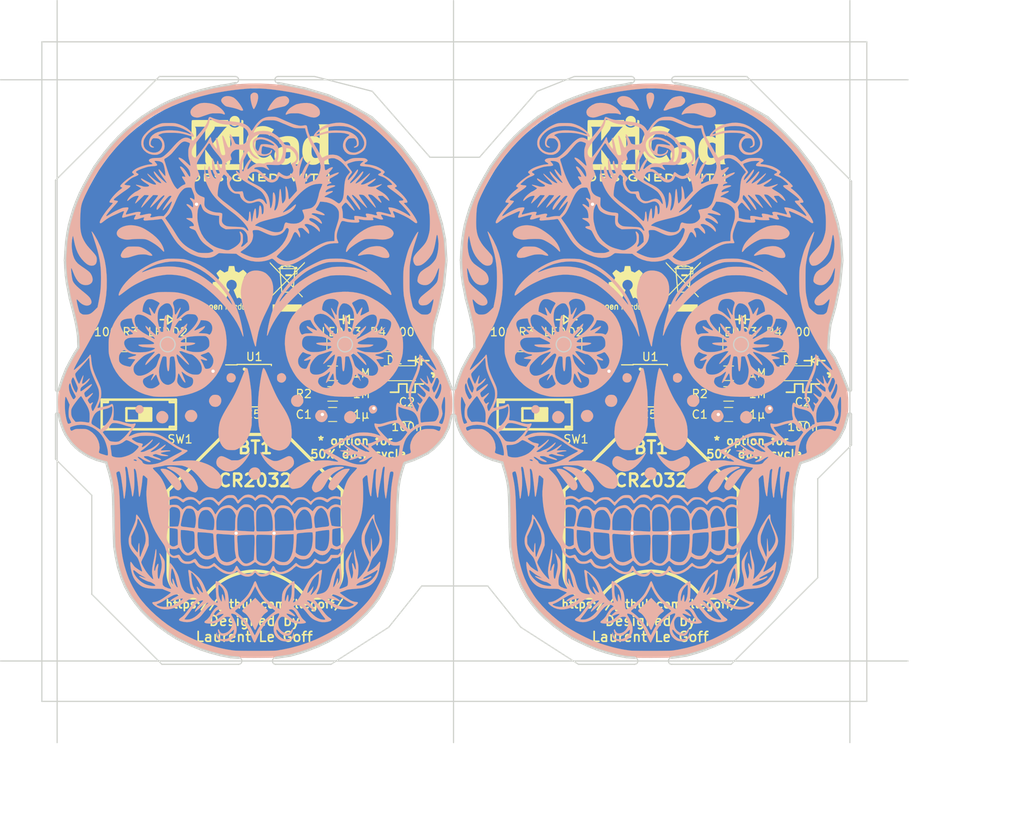
<source format=kicad_pcb>
(kicad_pcb (version 20171130) (host pcbnew "(5.0.0)")
  (layers (0 F.Cu signal) (31 B.Cu signal) (34 B.Paste user) (35 F.Paste user) (36 B.SilkS user) (37 F.SilkS user) (38 B.Mask user) (39 F.Mask user) (44 Edge.Cuts user))
  (net 0 "")
  (net 1 "Net-(BT1-Pad1)")
  (net 2 GND)
  (net 3 "Net-(C1-Pad1)")
  (net 4 "Net-(C2-Pad1)")
  (net 5 "Net-(D1-Pad2)")
  (net 6 "Net-(D2-Pad2)")
  (net 7 "Net-(D2-Pad1)")
  (net 8 "Net-(D3-Pad2)")
  (net 9 +3V3)
  (net 10 "Net-(SW1-Pad3)")
  (net 11 "Net-(SW1-Pad6)")
  (module Diodes_SMD:D_MicroMELF_Hadsoldering (layer F.Cu) (at 182.2 105.2)
    (fp_text reference D1 (at -1.45 -1.6) (layer F.SilkS))
    (fp_text value 1N4148)
    (pad 1 smd rect (at -1.45 0) (size 2.2 1.5) (layers F.Cu F.Paste F.Mask) (net 3 "Net-(C1-Pad1)"))
    (pad 2 smd rect (at 1.45 0) (size 2.2 1.5) (layers F.Cu F.Paste F.Mask) (net 5 "Net-(D1-Pad2)"))
  )
  (module Capacitors_SMD:C_0805_HandSoldering (layer F.Cu) (at 182.25 110.2)
    (fp_text reference C2 (at 0 -1.5) (layer F.SilkS))
    (fp_text value 100n (at 0 1.5) (layer F.SilkS))
    (pad 2 smd rect (at 1.25 0) (size 1.5 1.25) (layers F.Cu F.Paste F.Mask) (net 2 GND))
    (pad 1 smd rect (at -1.25 0) (size 1.5 1.25) (layers F.Cu F.Paste F.Mask) (net 4 "Net-(C2-Pad1)"))
  )
  (module Symbols:WEEE-Logo_4.2x6mm_SilkScreen (layer F.Cu) (at 167.75 94.7)
    (fp_text reference REF*** hide)
    (fp_text value WEEE-Logo_4.2x6mm_SilkScreen hide)
  )
  (module Symbols:OSHW-Logo2_7.3x6mm_SilkScreen (layer F.Cu) (at 161 94.95)
    (fp_text reference REF*** hide)
    (fp_text value OSHW-Logo2_7.3x6mm_SilkScreen hide)
  )
  (module _LaurentPerso:CR2032_smd (layer F.Cu) (at 163.85 123.2)
    (fp_text reference BT1 (at 0 -9) (layer F.SilkS) (effects (font (size 1.524 1.524) (thickness 0.3048))))
    (fp_text value CR2032 (at 0 -5) (layer F.SilkS) (effects (font (size 1.524 1.524) (thickness 0.3048))))
    (pad 2 smd circle (at 0 0) (size 6 6) (layers F.Cu F.Paste F.Mask) (net 2 GND))
    (pad 1 smd rect (at 14.465 0) (size 5.08 5.08) (layers F.Cu F.Paste F.Mask) (net 1 "Net-(BT1-Pad1)"))
    (pad 1 smd rect (at -14.465 0) (size 5.08 5.08) (layers F.Cu F.Paste F.Mask) (net 1 "Net-(BT1-Pad1)"))
  )
  (module Housings_SOIC:SOIC-8_3.9x4.9mm_Pitch1.27mm (layer F.Cu) (at 163.75 106.7)
    (fp_text reference U1 (at 0 -3.5) (layer F.SilkS))
    (fp_text value TLC555 (at 0 3.5) (layer F.SilkS))
    (pad 1 smd rect (at -2.7 -1.905) (size 1.55 0.6) (layers F.Cu F.Paste F.Mask) (net 2 GND))
    (pad 2 smd rect (at -2.7 -0.635) (size 1.55 0.6) (layers F.Cu F.Paste F.Mask) (net 3 "Net-(C1-Pad1)"))
    (pad 3 smd rect (at -2.7 0.635) (size 1.55 0.6) (layers F.Cu F.Paste F.Mask) (net 7 "Net-(D2-Pad1)"))
    (pad 4 smd rect (at -2.7 1.905) (size 1.55 0.6) (layers F.Cu F.Paste F.Mask) (net 9 +3V3))
    (pad 5 smd rect (at 2.7 1.905) (size 1.55 0.6) (layers F.Cu F.Paste F.Mask) (net 4 "Net-(C2-Pad1)"))
    (pad 6 smd rect (at 2.7 0.635) (size 1.55 0.6) (layers F.Cu F.Paste F.Mask) (net 3 "Net-(C1-Pad1)"))
    (pad 7 smd rect (at 2.7 -0.635) (size 1.55 0.6) (layers F.Cu F.Paste F.Mask) (net 5 "Net-(D1-Pad2)"))
    (pad 8 smd rect (at 2.7 -1.905) (size 1.55 0.6) (layers F.Cu F.Paste F.Mask) (net 9 +3V3))
  )
  (module _LaurentPerso:SW_DPDT_MSS22D18 (layer F.Cu) (at 149.75 110.2 180)
    (fp_text reference SW1 (at -5 -3 180) (layer F.SilkS))
    (fp_text value SW_DPDT_x2)
    (pad 6 smd rect (at 2.5 2.75 180) (size 1.2 2.5) (layers F.Cu F.Paste F.Mask) (net 11 "Net-(SW1-Pad6)"))
    (pad 5 smd rect (at 0 2.75 180) (size 1.2 2.5) (layers F.Cu F.Paste F.Mask) (net 1 "Net-(BT1-Pad1)"))
    (pad 4 smd rect (at -2.5 2.75 180) (size 1.2 2.5) (layers F.Cu F.Paste F.Mask) (net 9 +3V3))
    (pad 3 smd rect (at 2.5 -2.75 180) (size 1.2 2.5) (layers F.Cu F.Paste F.Mask) (net 10 "Net-(SW1-Pad3)"))
    (pad 2 smd rect (at 0 -2.75 180) (size 1.2 2.5) (layers F.Cu F.Paste F.Mask) (net 1 "Net-(BT1-Pad1)"))
    (pad 1 smd rect (at -2.5 -2.75 180) (size 1.2 2.5) (layers F.Cu F.Paste F.Mask) (net 9 +3V3))
  )
  (module Resistors_SMD:R_0805_HandSoldering (layer F.Cu) (at 173.25 105.2)
    (fp_text reference R1 (at -3.5 0) (layer F.SilkS))
    (fp_text value 1M (at 3.5 2.5) (layer F.SilkS))
    (pad 1 smd rect (at -1.35 0) (size 1.5 1.3) (layers F.Cu F.Paste F.Mask) (net 9 +3V3))
    (pad 2 smd rect (at 1.35 0) (size 1.5 1.3) (layers F.Cu F.Paste F.Mask) (net 5 "Net-(D1-Pad2)"))
  )
  (module Capacitors_SMD:C_0805_HandSoldering (layer F.Cu) (at 173.25 110.2 180)
    (fp_text reference C1 (at 3.5 0 180) (layer F.SilkS))
    (fp_text value 1µ (at -3.5 0 180) (layer F.SilkS))
    (pad 1 smd rect (at -1.25 0 180) (size 1.5 1.25) (layers F.Cu F.Paste F.Mask) (net 3 "Net-(C1-Pad1)"))
    (pad 2 smd rect (at 1.25 0 180) (size 1.5 1.25) (layers F.Cu F.Paste F.Mask) (net 2 GND))
  )
  (module Resistors_SMD:R_0805_HandSoldering (layer F.Cu) (at 173.25 107.7 180)
    (fp_text reference R2 (at 3.5 0 180) (layer F.SilkS))
    (fp_text value 1M (at -3.5 2.5 180) (layer F.SilkS))
    (pad 2 smd rect (at 1.35 0 180) (size 1.5 1.3) (layers F.Cu F.Paste F.Mask) (net 3 "Net-(C1-Pad1)"))
    (pad 1 smd rect (at -1.35 0 180) (size 1.5 1.3) (layers F.Cu F.Paste F.Mask) (net 5 "Net-(D1-Pad2)"))
  )
  (module _LaurentPerso:calavera (layer B.Cu) (at 166.25 91.8 180)
    (fp_text reference "" (at 0 0 180) (layer B.SilkS) (effects (font (size 1.27 1.27)) (justify mirror)))
    (fp_text value "" (at 0 0 180) (layer B.SilkS) (effects (font (size 1.27 1.27)) (justify mirror)))
  )
  (module LEDs:LED_0805_HandSoldering (layer F.Cu) (at 153.25 101.7 180)
    (fp_text reference D2 (at -1.45 1.5 180) (layer F.SilkS))
    (fp_text value LED (at 1.05 1.5 180) (layer F.SilkS))
    (pad 1 smd rect (at -1.35 0 180) (size 1.5 1.3) (layers F.Cu F.Paste F.Mask) (net 7 "Net-(D2-Pad1)"))
    (pad 2 smd rect (at 1.35 0 180) (size 1.5 1.3) (layers F.Cu F.Paste F.Mask) (net 6 "Net-(D2-Pad2)"))
  )
  (module Symbols:KiCad-Logo2_8mm_SilkScreen (layer F.Cu) (at 164.5 77.95)
    (fp_text reference REF*** hide)
    (fp_text value KiCad-Logo2_8mm_SilkScreen hide)
  )
  (module LEDs:LED_0805_HandSoldering (layer F.Cu) (at 174.75 101.7)
    (fp_text reference D3 (at 1 -1.5) (layer F.SilkS))
    (fp_text value LED (at -1.5 -1.5) (layer F.SilkS))
    (pad 2 smd rect (at 1.35 0) (size 1.5 1.3) (layers F.Cu F.Paste F.Mask) (net 8 "Net-(D3-Pad2)"))
    (pad 1 smd rect (at -1.35 0) (size 1.5 1.3) (layers F.Cu F.Paste F.Mask) (net 7 "Net-(D2-Pad1)"))
  )
  (module Resistors_SMD:R_0805_HandSoldering (layer F.Cu) (at 180 101.7 180)
    (fp_text reference R4 (at 1.25 1.5 180) (layer F.SilkS))
    (fp_text value 100 (at -1.75 1.5 180) (layer F.SilkS))
    (pad 2 smd rect (at 1.35 0 180) (size 1.5 1.3) (layers F.Cu F.Paste F.Mask) (net 8 "Net-(D3-Pad2)"))
    (pad 1 smd rect (at -1.35 0 180) (size 1.5 1.3) (layers F.Cu F.Paste F.Mask) (net 9 +3V3))
  )
  (module Resistors_SMD:R_0805_HandSoldering (layer F.Cu) (at 147.75 101.7)
    (fp_text reference R3 (at 1 -1.5) (layer F.SilkS))
    (fp_text value 100 (at -2 -1.5) (layer F.SilkS))
    (pad 1 smd rect (at -1.35 0) (size 1.5 1.3) (layers F.Cu F.Paste F.Mask) (net 9 +3V3))
    (pad 2 smd rect (at 1.35 0) (size 1.5 1.3) (layers F.Cu F.Paste F.Mask) (net 6 "Net-(D2-Pad2)"))
  )
  (module _LaurentPerso:calavera (layer B.Cu) (at 118.25 91.8 180)
    (fp_text reference "" (at 0 0 180) (layer B.SilkS) (effects (font (size 1.27 1.27)) (justify mirror)))
    (fp_text value "" (at 0 0 180) (layer B.SilkS) (effects (font (size 1.27 1.27)) (justify mirror)))
  )
  (module _LaurentPerso:CR2032_smd (layer F.Cu) (at 115.85 123.2)
    (fp_text reference BT1 (at 0 -9) (layer F.SilkS) (effects (font (size 1.524 1.524) (thickness 0.3048))))
    (fp_text value CR2032 (at 0 -5) (layer F.SilkS) (effects (font (size 1.524 1.524) (thickness 0.3048))))
    (pad 1 smd rect (at -14.465 0) (size 5.08 5.08) (layers F.Cu F.Paste F.Mask) (net 1 "Net-(BT1-Pad1)"))
    (pad 1 smd rect (at 14.465 0) (size 5.08 5.08) (layers F.Cu F.Paste F.Mask) (net 1 "Net-(BT1-Pad1)"))
    (pad 2 smd circle (at 0 0) (size 6 6) (layers F.Cu F.Paste F.Mask) (net 2 GND))
  )
  (module Capacitors_SMD:C_0805_HandSoldering (layer F.Cu) (at 125.25 110.2 180)
    (fp_text reference C1 (at 3.5 0 180) (layer F.SilkS))
    (fp_text value 1µ (at -3.5 0 180) (layer F.SilkS))
    (pad 2 smd rect (at 1.25 0 180) (size 1.5 1.25) (layers F.Cu F.Paste F.Mask) (net 2 GND))
    (pad 1 smd rect (at -1.25 0 180) (size 1.5 1.25) (layers F.Cu F.Paste F.Mask) (net 3 "Net-(C1-Pad1)"))
  )
  (module Capacitors_SMD:C_0805_HandSoldering (layer F.Cu) (at 134.25 110.2)
    (fp_text reference C2 (at 0 -1.5) (layer F.SilkS))
    (fp_text value 100n (at 0 1.5) (layer F.SilkS))
    (pad 1 smd rect (at -1.25 0) (size 1.5 1.25) (layers F.Cu F.Paste F.Mask) (net 4 "Net-(C2-Pad1)"))
    (pad 2 smd rect (at 1.25 0) (size 1.5 1.25) (layers F.Cu F.Paste F.Mask) (net 2 GND))
  )
  (module LEDs:LED_0805_HandSoldering (layer F.Cu) (at 105.25 101.7 180)
    (fp_text reference D2 (at -1.45 1.5 180) (layer F.SilkS))
    (fp_text value LED (at 1.05 1.5 180) (layer F.SilkS))
    (pad 2 smd rect (at 1.35 0 180) (size 1.5 1.3) (layers F.Cu F.Paste F.Mask) (net 6 "Net-(D2-Pad2)"))
    (pad 1 smd rect (at -1.35 0 180) (size 1.5 1.3) (layers F.Cu F.Paste F.Mask) (net 7 "Net-(D2-Pad1)"))
  )
  (module LEDs:LED_0805_HandSoldering (layer F.Cu) (at 126.75 101.7)
    (fp_text reference D3 (at 1 -1.5) (layer F.SilkS))
    (fp_text value LED (at -1.5 -1.5) (layer F.SilkS))
    (pad 1 smd rect (at -1.35 0) (size 1.5 1.3) (layers F.Cu F.Paste F.Mask) (net 7 "Net-(D2-Pad1)"))
    (pad 2 smd rect (at 1.35 0) (size 1.5 1.3) (layers F.Cu F.Paste F.Mask) (net 8 "Net-(D3-Pad2)"))
  )
  (module Resistors_SMD:R_0805_HandSoldering (layer F.Cu) (at 125.25 105.2)
    (fp_text reference R1 (at -3.5 0) (layer F.SilkS))
    (fp_text value 1M (at 3.5 2.5) (layer F.SilkS))
    (pad 2 smd rect (at 1.35 0) (size 1.5 1.3) (layers F.Cu F.Paste F.Mask) (net 5 "Net-(D1-Pad2)"))
    (pad 1 smd rect (at -1.35 0) (size 1.5 1.3) (layers F.Cu F.Paste F.Mask) (net 9 +3V3))
  )
  (module Resistors_SMD:R_0805_HandSoldering (layer F.Cu) (at 125.25 107.7 180)
    (fp_text reference R2 (at 3.5 0 180) (layer F.SilkS))
    (fp_text value 1M (at -3.5 2.5 180) (layer F.SilkS))
    (pad 1 smd rect (at -1.35 0 180) (size 1.5 1.3) (layers F.Cu F.Paste F.Mask) (net 5 "Net-(D1-Pad2)"))
    (pad 2 smd rect (at 1.35 0 180) (size 1.5 1.3) (layers F.Cu F.Paste F.Mask) (net 3 "Net-(C1-Pad1)"))
  )
  (module Resistors_SMD:R_0805_HandSoldering (layer F.Cu) (at 99.75 101.7)
    (fp_text reference R3 (at 1 -1.5) (layer F.SilkS))
    (fp_text value 100 (at -2 -1.5) (layer F.SilkS))
    (pad 2 smd rect (at 1.35 0) (size 1.5 1.3) (layers F.Cu F.Paste F.Mask) (net 6 "Net-(D2-Pad2)"))
    (pad 1 smd rect (at -1.35 0) (size 1.5 1.3) (layers F.Cu F.Paste F.Mask) (net 9 +3V3))
  )
  (module Resistors_SMD:R_0805_HandSoldering (layer F.Cu) (at 132 101.7 180)
    (fp_text reference R4 (at 1.25 1.5 180) (layer F.SilkS))
    (fp_text value 100 (at -1.75 1.5 180) (layer F.SilkS))
    (pad 1 smd rect (at -1.35 0 180) (size 1.5 1.3) (layers F.Cu F.Paste F.Mask) (net 9 +3V3))
    (pad 2 smd rect (at 1.35 0 180) (size 1.5 1.3) (layers F.Cu F.Paste F.Mask) (net 8 "Net-(D3-Pad2)"))
  )
  (module _LaurentPerso:SW_DPDT_MSS22D18 (layer F.Cu) (at 101.75 110.2 180)
    (fp_text reference SW1 (at -5 -3 180) (layer F.SilkS))
    (fp_text value SW_DPDT_x2)
    (pad 1 smd rect (at -2.5 -2.75 180) (size 1.2 2.5) (layers F.Cu F.Paste F.Mask) (net 9 +3V3))
    (pad 2 smd rect (at 0 -2.75 180) (size 1.2 2.5) (layers F.Cu F.Paste F.Mask) (net 1 "Net-(BT1-Pad1)"))
    (pad 3 smd rect (at 2.5 -2.75 180) (size 1.2 2.5) (layers F.Cu F.Paste F.Mask) (net 10 "Net-(SW1-Pad3)"))
    (pad 4 smd rect (at -2.5 2.75 180) (size 1.2 2.5) (layers F.Cu F.Paste F.Mask) (net 9 +3V3))
    (pad 5 smd rect (at 0 2.75 180) (size 1.2 2.5) (layers F.Cu F.Paste F.Mask) (net 1 "Net-(BT1-Pad1)"))
    (pad 6 smd rect (at 2.5 2.75 180) (size 1.2 2.5) (layers F.Cu F.Paste F.Mask) (net 11 "Net-(SW1-Pad6)"))
  )
  (module Housings_SOIC:SOIC-8_3.9x4.9mm_Pitch1.27mm (layer F.Cu) (at 115.75 106.7)
    (fp_text reference U1 (at 0 -3.5) (layer F.SilkS))
    (fp_text value TLC555 (at 0 3.5) (layer F.SilkS))
    (pad 8 smd rect (at 2.7 -1.905) (size 1.55 0.6) (layers F.Cu F.Paste F.Mask) (net 9 +3V3))
    (pad 7 smd rect (at 2.7 -0.635) (size 1.55 0.6) (layers F.Cu F.Paste F.Mask) (net 5 "Net-(D1-Pad2)"))
    (pad 6 smd rect (at 2.7 0.635) (size 1.55 0.6) (layers F.Cu F.Paste F.Mask) (net 3 "Net-(C1-Pad1)"))
    (pad 5 smd rect (at 2.7 1.905) (size 1.55 0.6) (layers F.Cu F.Paste F.Mask) (net 4 "Net-(C2-Pad1)"))
    (pad 4 smd rect (at -2.7 1.905) (size 1.55 0.6) (layers F.Cu F.Paste F.Mask) (net 9 +3V3))
    (pad 3 smd rect (at -2.7 0.635) (size 1.55 0.6) (layers F.Cu F.Paste F.Mask) (net 7 "Net-(D2-Pad1)"))
    (pad 2 smd rect (at -2.7 -0.635) (size 1.55 0.6) (layers F.Cu F.Paste F.Mask) (net 3 "Net-(C1-Pad1)"))
    (pad 1 smd rect (at -2.7 -1.905) (size 1.55 0.6) (layers F.Cu F.Paste F.Mask) (net 2 GND))
  )
  (module Symbols:KiCad-Logo2_8mm_SilkScreen (layer F.Cu) (at 116.5 77.95)
    (fp_text reference REF*** hide)
    (fp_text value KiCad-Logo2_8mm_SilkScreen hide)
  )
  (module Symbols:OSHW-Logo2_7.3x6mm_SilkScreen (layer F.Cu) (at 113 94.95)
    (fp_text reference REF*** hide)
    (fp_text value OSHW-Logo2_7.3x6mm_SilkScreen hide)
  )
  (module Symbols:WEEE-Logo_4.2x6mm_SilkScreen (layer F.Cu) (at 119.75 94.7)
    (fp_text reference REF*** hide)
    (fp_text value WEEE-Logo_4.2x6mm_SilkScreen hide)
  )
  (module Diodes_SMD:D_MicroMELF_Hadsoldering (layer F.Cu) (at 134.2 105.2)
    (fp_text reference D1 (at -1.45 -1.6) (layer F.SilkS))
    (fp_text value 1N4148)
    (pad 2 smd rect (at 1.45 0) (size 2.2 1.5) (layers F.Cu F.Paste F.Mask) (net 5 "Net-(D1-Pad2)"))
    (pad 1 smd rect (at -1.45 0) (size 2.2 1.5) (layers F.Cu F.Paste F.Mask) (net 3 "Net-(C1-Pad1)"))
  )
  (gr_line (start 85 69.6) (end 195 69.6) (layer Edge.Cuts) (width 0.15))
  (gr_line (start 85 140.1) (end 195 140.1) (layer Edge.Cuts) (width 0.15))
  (gr_line (start 187.95 60) (end 187.95 150) (layer Edge.Cuts) (width 0.15))
  (gr_line (start 139.9 60) (end 139.9 150) (layer Edge.Cuts) (width 0.15))
  (gr_line (start 91.85 60) (end 91.85 150) (layer Edge.Cuts) (width 0.15))
  (gr_line (start 188.15 81.9) (end 175.45 69.2) (layer Edge.Cuts) (width 0.15))
  (gr_line (start 188.15 107.2) (end 188.15 81.9) (layer Edge.Cuts) (width 0.15))
  (gr_line (start 188.15 110.2) (end 188.15 113.9) (layer Edge.Cuts) (width 0.15))
  (gr_line (start 184.05 118) (end 188.15 113.9) (layer Edge.Cuts) (width 0.15))
  (gr_line (start 184.05 130) (end 184.05 118) (layer Edge.Cuts) (width 0.15))
  (gr_line (start 173.55 140.5) (end 184.05 130) (layer Edge.Cuts) (width 0.15))
  (gr_line (start 91.65 81.8) (end 104.250396 69.199604) (layer Edge.Cuts) (width 0.15))
  (gr_line (start 91.65 107.2) (end 91.65 81.8) (layer Edge.Cuts) (width 0.15))
  (gr_line (start 190 145) (end 190 65) (layer Edge.Cuts) (width 0.15))
  (gr_line (start 90 145) (end 90 65) (layer Edge.Cuts) (width 0.15))
  (gr_line (start 96.05 120) (end 96.05 132) (layer Edge.Cuts) (width 0.15))
  (gr_line (start 91.65 115.6) (end 96.05 120) (layer Edge.Cuts) (width 0.15))
  (gr_line (start 96.05 132) (end 104.55 140.5) (layer Edge.Cuts) (width 0.15))
  (gr_line (start 91.65 110.2) (end 91.65 115.6) (layer Edge.Cuts) (width 0.15))
  (gr_arc (start 91.85 107.2) (end 91.65 107.2) (angle -180) (layer Edge.Cuts) (width 0.15))
  (gr_arc (start 91.85 110.2) (end 92.05 110.2) (angle -180) (layer Edge.Cuts) (width 0.15))
  (gr_arc (start 187.95 107.2) (end 187.75 107.2) (angle -180) (layer Edge.Cuts) (width 0.15))
  (gr_arc (start 187.95 110.2) (end 188.15 110.2) (angle -180) (layer Edge.Cuts) (width 0.15))
  (gr_line (start 166.35 140.5) (end 173.55 140.5) (layer Edge.Cuts) (width 0.15))
  (gr_line (start 113.85 140.5) (end 104.55 140.5) (layer Edge.Cuts) (width 0.15))
  (gr_line (start 125.05 140.5) (end 118.35 140.5) (layer Edge.Cuts) (width 0.15))
  (gr_line (start 155.05 140.5) (end 161.85 140.5) (layer Edge.Cuts) (width 0.15))
  (gr_line (start 148.05 136) (end 155.05 140.5) (layer Edge.Cuts) (width 0.15))
  (gr_line (start 132.05 136) (end 125.05 140.5) (layer Edge.Cuts) (width 0.15))
  (gr_line (start 136.05 131) (end 132.05 136) (layer Edge.Cuts) (width 0.15))
  (gr_line (start 144.05 131) (end 148.05 136) (layer Edge.Cuts) (width 0.15))
  (gr_line (start 136.05 131) (end 144.05 131) (layer Edge.Cuts) (width 0.15))
  (gr_arc (start 166.35 140.1) (end 166.35 139.7) (angle -180) (layer Edge.Cuts) (width 0.15))
  (gr_arc (start 161.85 140.1) (end 161.85 140.5) (angle -180) (layer Edge.Cuts) (width 0.15))
  (gr_arc (start 113.85 140.1) (end 113.85 140.5) (angle -180) (layer Edge.Cuts) (width 0.15))
  (gr_arc (start 118.35 140.1) (end 118.35 139.7) (angle -180) (layer Edge.Cuts) (width 0.15))
  (gr_arc (start 139.9 107) (end 139.65 107) (angle -180) (layer Edge.Cuts) (width 0.15))
  (gr_arc (start 139.9 110.4) (end 140.15 110.4) (angle -180) (layer Edge.Cuts) (width 0.15))
  (gr_arc (start 166.75 69.6) (end 166.75 69.2) (angle -180) (layer Edge.Cuts) (width 0.15))
  (gr_arc (start 161.45 69.6) (end 161.45 70) (angle -180) (layer Edge.Cuts) (width 0.15))
  (gr_line (start 90 145) (end 190 145) (layer Edge.Cuts) (width 0.15))
  (gr_arc (start 118.65 69.6) (end 118.65 69.2) (angle -180) (layer Edge.Cuts) (width 0.15))
  (gr_arc (start 113.45 69.6) (end 113.45 70) (angle -180) (layer Edge.Cuts) (width 0.15))
  (gr_line (start 150.05 71) (end 154.55 69.2) (layer Edge.Cuts) (width 0.15))
  (gr_line (start 130.05 71) (end 123.05 69.2) (layer Edge.Cuts) (width 0.15))
  (gr_line (start 143.05 79) (end 150.05 71) (layer Edge.Cuts) (width 0.15))
  (gr_line (start 137.05 79) (end 143.05 79) (layer Edge.Cuts) (width 0.15))
  (gr_line (start 130.05 71) (end 137.05 79) (layer Edge.Cuts) (width 0.15))
  (gr_line (start 113.45 69.2) (end 104.25 69.2) (layer Edge.Cuts) (width 0.15))
  (gr_line (start 166.75 69.2) (end 175.45 69.2) (layer Edge.Cuts) (width 0.15))
  (gr_line (start 90 65) (end 190 65) (layer Edge.Cuts) (width 0.15))
  (gr_line (start 161.45 69.2) (end 154.55 69.2) (layer Edge.Cuts) (width 0.15))
  (gr_line (start 118.65 69.2) (end 123.05 69.2) (layer Edge.Cuts) (width 0.15))
  (gr_line (start 181.25 107.5) (end 180.25 107.5) (layer F.SilkS) (width 0.2))
  (gr_line (start 183.313207 103.668463) (end 184.013207 103.168463) (layer F.SilkS) (width 0.2))
  (gr_line (start 184.013207 104.168463) (end 183.313207 103.668463) (layer F.SilkS) (width 0.2))
  (gr_circle (center 153.25 101.7) (end 153.25 100.8) (layer Edge.Cuts) (width 0.15))
  (gr_circle (center 174.75 101.7) (end 174.75 102.6) (layer Edge.Cuts) (width 0.15))
  (gr_line (start 184.013207 103.168463) (end 184.013207 104.168463) (layer F.SilkS) (width 0.2))
  (gr_line (start 183.313207 104.168463) (end 183.313207 103.168463) (layer F.SilkS) (width 0.2))
  (gr_line (start 183.25 107.5) (end 183.25 106.5) (layer F.SilkS) (width 0.2))
  (gr_line (start 183.313207 103.668463) (end 182.413207 103.668463) (layer F.SilkS) (width 0.2))
  (gr_line (start 183.25 106.5) (end 184.25 106.5) (layer F.SilkS) (width 0.2))
  (gr_line (start 184.013207 103.668463) (end 184.913207 103.668463) (layer F.SilkS) (width 0.2))
  (gr_line (start 187.75 110.2) (end 187.288336 111.835686) (layer Edge.Cuts) (width 0.3))
  (gr_line (start 175.323274 72.640315) (end 177.975479 74.14725) (layer Edge.Cuts) (width 0.3))
  (gr_line (start 169.898311 70.651161) (end 172.731347 71.495044) (layer Edge.Cuts) (width 0.3))
  (gr_line (start 185.495085 114.3372) (end 184.771757 114.894765) (layer Edge.Cuts) (width 0.3))
  (gr_line (start 181.381153 118.059327) (end 181.215389 119.053906) (layer Edge.Cuts) (width 0.3))
  (gr_line (start 181.620424 77.755861) (end 183.453195 80.142723) (layer Edge.Cuts) (width 0.3))
  (gr_line (start 184.771757 114.894765) (end 183.942942 115.316706) (layer Edge.Cuts) (width 0.3))
  (gr_line (start 181.019489 125.247408) (end 180.97428 125.970736) (layer Edge.Cuts) (width 0.3))
  (gr_line (start 185.712189 84.575469) (end 186.479396 87.047577) (layer Edge.Cuts) (width 0.3))
  (gr_line (start 186.479396 87.047577) (end 186.862997 88.965592) (layer Edge.Cuts) (width 0.3))
  (gr_line (start 180.687963 128.020167) (end 180.507131 128.999676) (layer Edge.Cuts) (width 0.3))
  (gr_line (start 179.723525 130.913481) (end 179.271445 131.727225) (layer Edge.Cuts) (width 0.3))
  (gr_line (start 181.908579 116.205799) (end 181.607192 117.155166) (layer Edge.Cuts) (width 0.3))
  (gr_line (start 166.75 70) (end 169.898311 70.651161) (layer Edge.Cuts) (width 0.3))
  (gr_line (start 185.413832 100.686793) (end 185.328586 102.221204) (layer Edge.Cuts) (width 0.3))
  (gr_line (start 185.328586 102.221204) (end 186.095793 103.32939) (layer Edge.Cuts) (width 0.3))
  (gr_line (start 180.130396 129.949043) (end 179.723525 130.913481) (layer Edge.Cuts) (width 0.3))
  (gr_line (start 187.033489 91.522945) (end 186.735132 94.506523) (layer Edge.Cuts) (width 0.3))
  (gr_line (start 186.700633 112.996027) (end 186.097859 113.719356) (layer Edge.Cuts) (width 0.3))
  (gr_line (start 186.735132 94.506523) (end 186.181039 97.149121) (layer Edge.Cuts) (width 0.3))
  (gr_line (start 177.975479 74.14725) (end 180.024912 76.076126) (layer Edge.Cuts) (width 0.3))
  (gr_line (start 186.777754 104.778558) (end 187.75 107.2) (layer Edge.Cuts) (width 0.3))
  (gr_line (start 186.181039 97.149121) (end 185.584321 99.280249) (layer Edge.Cuts) (width 0.3))
  (gr_line (start 181.607192 117.155166) (end 181.381153 118.059327) (layer Edge.Cuts) (width 0.3))
  (gr_line (start 181.215389 119.053906) (end 181.079766 121.284169) (layer Edge.Cuts) (width 0.3))
  (gr_line (start 185.584321 99.280249) (end 185.413832 100.686793) (layer Edge.Cuts) (width 0.3))
  (gr_line (start 181.079766 121.284169) (end 181.049628 123.58978) (layer Edge.Cuts) (width 0.3))
  (gr_line (start 181.049628 123.58978) (end 181.019489 125.247408) (layer Edge.Cuts) (width 0.3))
  (gr_line (start 177.342566 134.319155) (end 176.543893 135.08769) (layer Edge.Cuts) (width 0.3))
  (gr_line (start 180.97428 125.970736) (end 180.898934 126.889965) (layer Edge.Cuts) (width 0.3))
  (gr_line (start 180.898934 126.889965) (end 180.687963 128.020167) (layer Edge.Cuts) (width 0.3))
  (gr_line (start 180.507131 128.999676) (end 180.130396 129.949043) (layer Edge.Cuts) (width 0.3))
  (gr_line (start 172.731347 71.495044) (end 175.323274 72.640315) (layer Edge.Cuts) (width 0.3))
  (gr_line (start 183.453195 80.142723) (end 184.689249 82.273851) (layer Edge.Cuts) (width 0.3))
  (gr_line (start 178.804294 132.525902) (end 178.156311 133.399924) (layer Edge.Cuts) (width 0.3))
  (gr_line (start 181.998995 116.070173) (end 181.908579 116.205799) (layer Edge.Cuts) (width 0.3))
  (gr_line (start 183.942942 115.316706) (end 183.083988 115.708509) (layer Edge.Cuts) (width 0.3))
  (gr_line (start 174.645155 136.579557) (end 173.801272 137.106983) (layer Edge.Cuts) (width 0.3))
  (gr_line (start 186.095793 103.32939) (end 186.777754 104.778558) (layer Edge.Cuts) (width 0.3))
  (gr_line (start 176.543893 135.08769) (end 175.684939 135.841158) (layer Edge.Cuts) (width 0.3))
  (gr_line (start 180.024912 76.076126) (end 181.620424 77.755861) (layer Edge.Cuts) (width 0.3))
  (gr_line (start 179.271445 131.727225) (end 178.804294 132.525902) (layer Edge.Cuts) (width 0.3))
  (gr_line (start 175.684939 135.841158) (end 174.645155 136.579557) (layer Edge.Cuts) (width 0.3))
  (gr_line (start 183.083988 115.708509) (end 181.998995 116.070173) (layer Edge.Cuts) (width 0.3))
  (gr_line (start 187.288336 111.835686) (end 186.700633 112.996027) (layer Edge.Cuts) (width 0.3))
  (gr_line (start 178.156311 133.399924) (end 177.342566 134.319155) (layer Edge.Cuts) (width 0.3))
  (gr_line (start 140.618557 112.106935) (end 140.407586 111.5343) (layer Edge.Cuts) (width 0.3))
  (gr_line (start 146.420245 77.477576) (end 147.294267 76.528207) (layer Edge.Cuts) (width 0.3))
  (gr_line (start 140.950072 89.246736) (end 141.115836 88.116535) (layer Edge.Cuts) (width 0.3))
  (gr_line (start 140.25 106.6) (end 140.543211 105.717533) (layer Edge.Cuts) (width 0.3))
  (gr_line (start 143.120057 82.375113) (end 143.737902 81.259982) (layer Edge.Cuts) (width 0.3))
  (gr_line (start 145.817482 116.024967) (end 144.627002 115.693441) (layer Edge.Cuts) (width 0.3))
  (gr_line (start 142.62277 83.354621) (end 143.120057 82.375113) (layer Edge.Cuts) (width 0.3))
  (gr_line (start 144.943449 79.361244) (end 145.621571 78.442014) (layer Edge.Cuts) (width 0.3))
  (gr_line (start 142.441949 102.070749) (end 142.41181 101.39263) (layer Edge.Cuts) (width 0.3))
  (gr_line (start 147.294267 76.528207) (end 148.032666 75.819947) (layer Edge.Cuts) (width 0.3))
  (gr_line (start 150.172513 74.102041) (end 151.317783 73.363643) (layer Edge.Cuts) (width 0.3))
  (gr_line (start 146.420255 118.25523) (end 146.164078 117.215443) (layer Edge.Cuts) (width 0.3))
  (gr_line (start 142.110423 114.201575) (end 141.628204 113.719356) (layer Edge.Cuts) (width 0.3))
  (gr_line (start 142.306313 100.066528) (end 142.155619 99.207574) (layer Edge.Cuts) (width 0.3))
  (gr_line (start 140.211686 110.931526) (end 140.15 110.4) (layer Edge.Cuts) (width 0.3))
  (gr_line (start 149.012172 74.991133) (end 150.172513 74.102041) (layer Edge.Cuts) (width 0.3))
  (gr_line (start 186.097859 113.719356) (end 185.495085 114.3372) (layer Edge.Cuts) (width 0.3))
  (gr_line (start 186.862997 88.965592) (end 187.033489 91.522945) (layer Edge.Cuts) (width 0.3))
  (gr_line (start 184.689249 82.273851) (end 185.712189 84.575469) (layer Edge.Cuts) (width 0.3))
  (gr_line (start 140.407586 111.5343) (end 140.211686 110.931526) (layer Edge.Cuts) (width 0.3))
  (gr_line (start 142.41181 101.39263) (end 142.396729 100.744647) (layer Edge.Cuts) (width 0.3))
  (gr_line (start 141.688471 97.21842) (end 141.402152 96.133428) (layer Edge.Cuts) (width 0.3))
  (gr_line (start 141.402152 96.133428) (end 141.236391 95.244336) (layer Edge.Cuts) (width 0.3))
  (gr_line (start 141.236391 95.244336) (end 141.055558 94.355245) (layer Edge.Cuts) (width 0.3))
  (gr_line (start 144.627002 115.693441) (end 143.722842 115.316706) (layer Edge.Cuts) (width 0.3))
  (gr_line (start 143.195416 115.015319) (end 142.592642 114.608448) (layer Edge.Cuts) (width 0.3))
  (gr_line (start 143.737902 81.259982) (end 144.385882 80.14485) (layer Edge.Cuts) (width 0.3))
  (gr_line (start 140.965153 104.647608) (end 141.402163 103.818796) (layer Edge.Cuts) (width 0.3))
  (gr_line (start 140.919933 93.375737) (end 140.844588 92.411299) (layer Edge.Cuts) (width 0.3))
  (gr_line (start 146.555881 119.068974) (end 146.420255 118.25523) (layer Edge.Cuts) (width 0.3))
  (gr_line (start 140.15 107) (end 140.25 106.6) (layer Edge.Cuts) (width 0.3))
  (gr_line (start 140.844588 92.411299) (end 140.799378 91.476999) (layer Edge.Cuts) (width 0.3))
  (gr_line (start 141.055558 94.355245) (end 140.919933 93.375737) (layer Edge.Cuts) (width 0.3))
  (gr_line (start 140.859656 90.437214) (end 140.950072 89.246736) (layer Edge.Cuts) (width 0.3))
  (gr_line (start 141.552845 86.247936) (end 141.839164 85.313636) (layer Edge.Cuts) (width 0.3))
  (gr_line (start 142.155619 99.207574) (end 141.944648 98.258206) (layer Edge.Cuts) (width 0.3))
  (gr_line (start 141.839164 85.313636) (end 142.185758 84.379337) (layer Edge.Cuts) (width 0.3))
  (gr_line (start 141.944648 98.258206) (end 141.688471 97.21842) (layer Edge.Cuts) (width 0.3))
  (gr_line (start 140.799378 91.476999) (end 140.859656 90.437214) (layer Edge.Cuts) (width 0.3))
  (gr_line (start 140.543211 105.717533) (end 140.965153 104.647608) (layer Edge.Cuts) (width 0.3))
  (gr_line (start 142.396729 100.744647) (end 142.306313 100.066528) (layer Edge.Cuts) (width 0.3))
  (gr_line (start 140.859666 112.604224) (end 140.618557 112.106935) (layer Edge.Cuts) (width 0.3))
  (gr_line (start 153.517907 72.188234) (end 154.557693 71.766293) (layer Edge.Cuts) (width 0.3))
  (gr_line (start 141.296668 87.182235) (end 141.552845 86.247936) (layer Edge.Cuts) (width 0.3))
  (gr_line (start 141.402163 103.818796) (end 141.944659 102.839287) (layer Edge.Cuts) (width 0.3))
  (gr_line (start 142.592642 114.608448) (end 142.110423 114.201575) (layer Edge.Cuts) (width 0.3))
  (gr_line (start 146.691504 122.549994) (end 146.661365 121.118405) (layer Edge.Cuts) (width 0.3))
  (gr_line (start 146.706585 123.830889) (end 146.691504 122.549994) (layer Edge.Cuts) (width 0.3))
  (gr_line (start 161.85 139.7) (end 160.8567 139.623564) (layer Edge.Cuts) (width 0.3))
  (gr_line (start 154.557693 71.766293) (end 156.064627 71.223796) (layer Edge.Cuts) (width 0.3))
  (gr_line (start 145.938036 116.507186) (end 145.817482 116.024967) (layer Edge.Cuts) (width 0.3))
  (gr_line (start 146.661365 121.118405) (end 146.631226 120.048483) (layer Edge.Cuts) (width 0.3))
  (gr_line (start 147.671023 130.039459) (end 147.249081 128.743495) (layer Edge.Cuts) (width 0.3))
  (gr_line (start 152.598678 72.625245) (end 153.517907 72.188234) (layer Edge.Cuts) (width 0.3))
  (gr_line (start 159.741569 139.412593) (end 158.430537 139.065997) (layer Edge.Cuts) (width 0.3))
  (gr_line (start 142.185758 84.379337) (end 142.62277 83.354621) (layer Edge.Cuts) (width 0.3))
  (gr_line (start 141.628204 113.719356) (end 141.251469 113.206998) (layer Edge.Cuts) (width 0.3))
  (gr_line (start 144.385882 80.14485) (end 144.943449 79.361244) (layer Edge.Cuts) (width 0.3))
  (gr_line (start 141.944659 102.839287) (end 142.441949 102.070749) (layer Edge.Cuts) (width 0.3))
  (gr_line (start 141.251469 113.206998) (end 140.859666 112.604224) (layer Edge.Cuts) (width 0.3))
  (gr_line (start 146.164078 117.215443) (end 145.938036 116.507186) (layer Edge.Cuts) (width 0.3))
  (gr_line (start 148.032666 75.819947) (end 149.012172 74.991133) (layer Edge.Cuts) (width 0.3))
  (gr_line (start 151.317783 73.363643) (end 152.598678 72.625245) (layer Edge.Cuts) (width 0.3))
  (gr_line (start 146.631226 120.048483) (end 146.555881 119.068974) (layer Edge.Cuts) (width 0.3))
  (gr_line (start 145.621571 78.442014) (end 146.420245 77.477576) (layer Edge.Cuts) (width 0.3))
  (gr_line (start 141.115836 88.116535) (end 141.296668 87.182235) (layer Edge.Cuts) (width 0.3))
  (gr_line (start 143.722842 115.316706) (end 143.195416 115.015319) (layer Edge.Cuts) (width 0.3))
  (gr_line (start 168.120125 139.442732) (end 167.110481 139.593426) (layer Edge.Cuts) (width 0.3))
  (gr_line (start 155.100211 137.739895) (end 154.316605 137.348092) (layer Edge.Cuts) (width 0.3))
  (gr_line (start 148.740945 132.224515) (end 148.092964 131.049106) (layer Edge.Cuts) (width 0.3))
  (gr_line (start 160.8567 139.623564) (end 159.741569 139.412593) (layer Edge.Cuts) (width 0.3))
  (gr_line (start 157.270196 138.689265) (end 156.155065 138.237185) (layer Edge.Cuts) (width 0.3))
  (gr_line (start 150.112257 134.017766) (end 149.343719 133.068398) (layer Edge.Cuts) (width 0.3))
  (gr_line (start 158.430537 139.065997) (end 157.270196 138.689265) (layer Edge.Cuts) (width 0.3))
  (gr_line (start 150.97121 134.87672) (end 150.112257 134.017766) (layer Edge.Cuts) (width 0.3))
  (gr_line (start 152.116481 135.856228) (end 150.97121 134.87672) (layer Edge.Cuts) (width 0.3))
  (gr_line (start 146.751792 125.232337) (end 146.706585 123.830889) (layer Edge.Cuts) (width 0.3))
  (gr_line (start 169.401021 139.081068) (end 168.120125 139.442732) (layer Edge.Cuts) (width 0.3))
  (gr_line (start 148.092964 131.049106) (end 147.671023 130.039459) (layer Edge.Cuts) (width 0.3))
  (gr_line (start 167.110481 139.593426) (end 166.35 139.7) (layer Edge.Cuts) (width 0.3))
  (gr_line (start 172.716277 137.724827) (end 171.540868 138.282391) (layer Edge.Cuts) (width 0.3))
  (gr_line (start 149.343719 133.068398) (end 148.740945 132.224515) (layer Edge.Cuts) (width 0.3))
  (gr_line (start 153.337096 136.73025) (end 152.116481 135.856228) (layer Edge.Cuts) (width 0.3))
  (gr_line (start 173.801272 137.106983) (end 172.716277 137.724827) (layer Edge.Cuts) (width 0.3))
  (gr_line (start 170.199698 138.80982) (end 169.401021 139.081068) (layer Edge.Cuts) (width 0.3))
  (gr_line (start 147.249081 128.743495) (end 146.977833 127.4626) (layer Edge.Cuts) (width 0.3))
  (gr_line (start 154.316605 137.348092) (end 153.337096 136.73025) (layer Edge.Cuts) (width 0.3))
  (gr_line (start 171.540868 138.282391) (end 170.199698 138.80982) (layer Edge.Cuts) (width 0.3))
  (gr_line (start 146.977833 127.4626) (end 146.78193 126.226914) (layer Edge.Cuts) (width 0.3))
  (gr_line (start 146.78193 126.226914) (end 146.751792 125.232337) (layer Edge.Cuts) (width 0.3))
  (gr_circle (center 162.55 104.7) (end 162.55 104.8) (layer F.SilkS) (width 0.2))
  (gr_line (start 153.25 98.2) (end 153.95 98.7) (layer F.SilkS) (width 0.2))
  (gr_line (start 153.95 98.7) (end 153.25 99.2) (layer F.SilkS) (width 0.2))
  (gr_line (start 156.155065 138.237185) (end 155.100211 137.739895) (layer Edge.Cuts) (width 0.3))
  (gr_line (start 175.263207 98.668463) (end 176.163207 98.668463) (layer F.SilkS) (width 0.2))
  (gr_line (start 156.064627 71.223796) (end 157.315384 70.862132) (layer Edge.Cuts) (width 0.3))
  (gr_line (start 153.95 98.2) (end 153.95 99.2) (layer F.SilkS) (width 0.2))
  (gr_line (start 159.711409 70.334705) (end 160.690917 70.184011) (layer Edge.Cuts) (width 0.3))
  (gr_line (start 153.25 98.7) (end 152.35 98.7) (layer F.SilkS) (width 0.2))
  (gr_line (start 181.25 106.5) (end 182.25 106.5) (layer F.SilkS) (width 0.2))
  (gr_line (start 181.25 107.5) (end 181.25 106.5) (layer F.SilkS) (width 0.2))
  (gr_line (start 158.551071 70.560745) (end 159.711409 70.334705) (layer Edge.Cuts) (width 0.3))
  (gr_line (start 160.690917 70.184011) (end 161.45 70) (layer Edge.Cuts) (width 0.3))
  (gr_line (start 157.315384 70.862132) (end 158.551071 70.560745) (layer Edge.Cuts) (width 0.3))
  (gr_line (start 153.25 99.2) (end 153.25 98.2) (layer F.SilkS) (width 0.2))
  (gr_line (start 182.25 107.5) (end 183.25 107.5) (layer F.SilkS) (width 0.2))
  (gr_line (start 153.95 98.7) (end 154.85 98.7) (layer F.SilkS) (width 0.2))
  (gr_line (start 174.563207 98.668463) (end 173.663207 98.668463) (layer F.SilkS) (width 0.2))
  (gr_line (start 175.263207 99.168463) (end 174.563207 98.668463) (layer F.SilkS) (width 0.2))
  (gr_line (start 174.563207 98.668463) (end 175.263207 98.168463) (layer F.SilkS) (width 0.2))
  (gr_line (start 175.263207 98.168463) (end 175.263207 99.168463) (layer F.SilkS) (width 0.2))
  (gr_line (start 174.563207 99.168463) (end 174.563207 98.168463) (layer F.SilkS) (width 0.2))
  (gr_line (start 182.25 106.5) (end 182.25 107.5) (layer F.SilkS) (width 0.2))
  (gr_text https://github.com/llegoff/ (at 163.75 133.2) (layer F.SilkS) (effects (font (size 1 1) (thickness 0.2))))
  (gr_text "Designed by\nLaurent Le Goff" (at 163.75 136.2) (layer F.SilkS) (effects (font (size 1.2 1.2) (thickness 0.2))))
  (gr_text * (at 185.65 105.8) (layer F.SilkS) (effects (font (size 1.5 1.5) (thickness 0.3))))
  (gr_text "* option for \n50% duty cycle" (at 176.35 114.2) (layer F.SilkS) (effects (font (size 1 1) (thickness 0.2))))
  (gr_text "* option for \n50% duty cycle" (at 128.35 114.2) (layer F.SilkS) (effects (font (size 1 1) (thickness 0.2))))
  (gr_circle (center 126.75 101.7) (end 126.75 102.6) (layer Edge.Cuts) (width 0.15))
  (gr_circle (center 105.25 101.7) (end 105.25 100.8) (layer Edge.Cuts) (width 0.15))
  (gr_text * (at 137.65 105.8) (layer F.SilkS) (effects (font (size 1.5 1.5) (thickness 0.3))))
  (gr_line (start 136.013207 103.168463) (end 136.013207 104.168463) (layer F.SilkS) (width 0.2))
  (gr_line (start 136.013207 103.668463) (end 136.913207 103.668463) (layer F.SilkS) (width 0.2))
  (gr_line (start 135.313207 103.668463) (end 134.413207 103.668463) (layer F.SilkS) (width 0.2))
  (gr_line (start 135.313207 104.168463) (end 135.313207 103.168463) (layer F.SilkS) (width 0.2))
  (gr_line (start 136.013207 104.168463) (end 135.313207 103.668463) (layer F.SilkS) (width 0.2))
  (gr_line (start 135.313207 103.668463) (end 136.013207 103.168463) (layer F.SilkS) (width 0.2))
  (gr_text https://github.com/llegoff/ (at 115.75 133.2) (layer F.SilkS) (effects (font (size 1 1) (thickness 0.2))))
  (gr_text "Designed by\nLaurent Le Goff" (at 115.75 136.2) (layer F.SilkS) (effects (font (size 1.2 1.2) (thickness 0.2))))
  (gr_line (start 133.25 107.5) (end 132.25 107.5) (layer F.SilkS) (width 0.2))
  (gr_line (start 135.25 106.5) (end 136.25 106.5) (layer F.SilkS) (width 0.2))
  (gr_line (start 135.25 107.5) (end 135.25 106.5) (layer F.SilkS) (width 0.2))
  (gr_line (start 134.25 107.5) (end 135.25 107.5) (layer F.SilkS) (width 0.2))
  (gr_line (start 134.25 106.5) (end 134.25 107.5) (layer F.SilkS) (width 0.2))
  (gr_line (start 133.25 106.5) (end 134.25 106.5) (layer F.SilkS) (width 0.2))
  (gr_line (start 133.25 107.5) (end 133.25 106.5) (layer F.SilkS) (width 0.2))
  (gr_line (start 127.263207 98.668463) (end 128.163207 98.668463) (layer F.SilkS) (width 0.2))
  (gr_line (start 127.263207 98.168463) (end 127.263207 99.168463) (layer F.SilkS) (width 0.2))
  (gr_line (start 126.563207 99.168463) (end 126.563207 98.168463) (layer F.SilkS) (width 0.2))
  (gr_line (start 126.563207 98.668463) (end 127.263207 98.168463) (layer F.SilkS) (width 0.2))
  (gr_line (start 127.263207 99.168463) (end 126.563207 98.668463) (layer F.SilkS) (width 0.2))
  (gr_line (start 126.563207 98.668463) (end 125.663207 98.668463) (layer F.SilkS) (width 0.2))
  (gr_line (start 105.25 98.7) (end 104.35 98.7) (layer F.SilkS) (width 0.2))
  (gr_line (start 105.95 98.7) (end 106.85 98.7) (layer F.SilkS) (width 0.2))
  (gr_line (start 105.95 98.2) (end 105.95 99.2) (layer F.SilkS) (width 0.2))
  (gr_line (start 105.95 98.7) (end 105.25 99.2) (layer F.SilkS) (width 0.2))
  (gr_line (start 105.25 98.2) (end 105.95 98.7) (layer F.SilkS) (width 0.2))
  (gr_line (start 105.25 99.2) (end 105.25 98.2) (layer F.SilkS) (width 0.2))
  (gr_circle (center 114.55 104.7) (end 114.55 104.8) (layer F.SilkS) (width 0.2))
  (gr_line (start 109.315384 70.862132) (end 110.551071 70.560745) (layer Edge.Cuts) (width 0.3))
  (gr_line (start 112.690917 70.184011) (end 113.45 70) (layer Edge.Cuts) (width 0.3))
  (gr_line (start 110.551071 70.560745) (end 111.711409 70.334705) (layer Edge.Cuts) (width 0.3))
  (gr_line (start 111.711409 70.334705) (end 112.690917 70.184011) (layer Edge.Cuts) (width 0.3))
  (gr_line (start 108.064627 71.223796) (end 109.315384 70.862132) (layer Edge.Cuts) (width 0.3))
  (gr_line (start 108.155065 138.237185) (end 107.100211 137.739895) (layer Edge.Cuts) (width 0.3))
  (gr_line (start 107.100211 137.739895) (end 106.316605 137.348092) (layer Edge.Cuts) (width 0.3))
  (gr_line (start 104.116481 135.856228) (end 102.97121 134.87672) (layer Edge.Cuts) (width 0.3))
  (gr_line (start 119.110481 139.593426) (end 118.35 139.7) (layer Edge.Cuts) (width 0.3))
  (gr_line (start 121.401021 139.081068) (end 120.120125 139.442732) (layer Edge.Cuts) (width 0.3))
  (gr_line (start 122.199698 138.80982) (end 121.401021 139.081068) (layer Edge.Cuts) (width 0.3))
  (gr_line (start 106.316605 137.348092) (end 105.337096 136.73025) (layer Edge.Cuts) (width 0.3))
  (gr_line (start 123.540868 138.282391) (end 122.199698 138.80982) (layer Edge.Cuts) (width 0.3))
  (gr_line (start 98.751792 125.232337) (end 98.706585 123.830889) (layer Edge.Cuts) (width 0.3))
  (gr_line (start 100.092964 131.049106) (end 99.671023 130.039459) (layer Edge.Cuts) (width 0.3))
  (gr_line (start 98.78193 126.226914) (end 98.751792 125.232337) (layer Edge.Cuts) (width 0.3))
  (gr_line (start 100.740945 132.224515) (end 100.092964 131.049106) (layer Edge.Cuts) (width 0.3))
  (gr_line (start 102.97121 134.87672) (end 102.112257 134.017766) (layer Edge.Cuts) (width 0.3))
  (gr_line (start 110.430537 139.065997) (end 109.270196 138.689265) (layer Edge.Cuts) (width 0.3))
  (gr_line (start 125.801272 137.106983) (end 124.716277 137.724827) (layer Edge.Cuts) (width 0.3))
  (gr_line (start 101.343719 133.068398) (end 100.740945 132.224515) (layer Edge.Cuts) (width 0.3))
  (gr_line (start 102.112257 134.017766) (end 101.343719 133.068398) (layer Edge.Cuts) (width 0.3))
  (gr_line (start 105.337096 136.73025) (end 104.116481 135.856228) (layer Edge.Cuts) (width 0.3))
  (gr_line (start 109.270196 138.689265) (end 108.155065 138.237185) (layer Edge.Cuts) (width 0.3))
  (gr_line (start 124.716277 137.724827) (end 123.540868 138.282391) (layer Edge.Cuts) (width 0.3))
  (gr_line (start 112.8567 139.623564) (end 111.741569 139.412593) (layer Edge.Cuts) (width 0.3))
  (gr_line (start 98.977833 127.4626) (end 98.78193 126.226914) (layer Edge.Cuts) (width 0.3))
  (gr_line (start 99.249081 128.743495) (end 98.977833 127.4626) (layer Edge.Cuts) (width 0.3))
  (gr_line (start 111.741569 139.412593) (end 110.430537 139.065997) (layer Edge.Cuts) (width 0.3))
  (gr_line (start 113.85 139.7) (end 112.8567 139.623564) (layer Edge.Cuts) (width 0.3))
  (gr_line (start 120.120125 139.442732) (end 119.110481 139.593426) (layer Edge.Cuts) (width 0.3))
  (gr_line (start 99.671023 130.039459) (end 99.249081 128.743495) (layer Edge.Cuts) (width 0.3))
  (gr_line (start 95.722842 115.316706) (end 95.195416 115.015319) (layer Edge.Cuts) (width 0.3))
  (gr_line (start 93.628204 113.719356) (end 93.251469 113.206998) (layer Edge.Cuts) (width 0.3))
  (gr_line (start 98.631226 120.048483) (end 98.555881 119.068974) (layer Edge.Cuts) (width 0.3))
  (gr_line (start 98.164078 117.215443) (end 97.938036 116.507186) (layer Edge.Cuts) (width 0.3))
  (gr_line (start 98.706585 123.830889) (end 98.691504 122.549994) (layer Edge.Cuts) (width 0.3))
  (gr_line (start 98.661365 121.118405) (end 98.631226 120.048483) (layer Edge.Cuts) (width 0.3))
  (gr_line (start 98.691504 122.549994) (end 98.661365 121.118405) (layer Edge.Cuts) (width 0.3))
  (gr_line (start 93.251469 113.206998) (end 92.859666 112.604224) (layer Edge.Cuts) (width 0.3))
  (gr_line (start 106.557693 71.766293) (end 108.064627 71.223796) (layer Edge.Cuts) (width 0.3))
  (gr_line (start 94.592642 114.608448) (end 94.110423 114.201575) (layer Edge.Cuts) (width 0.3))
  (gr_line (start 93.115836 88.116535) (end 93.296668 87.182235) (layer Edge.Cuts) (width 0.3))
  (gr_line (start 104.598678 72.625245) (end 105.517907 72.188234) (layer Edge.Cuts) (width 0.3))
  (gr_line (start 103.317783 73.363643) (end 104.598678 72.625245) (layer Edge.Cuts) (width 0.3))
  (gr_line (start 93.944659 102.839287) (end 94.441949 102.070749) (layer Edge.Cuts) (width 0.3))
  (gr_line (start 97.938036 116.507186) (end 97.817482 116.024967) (layer Edge.Cuts) (width 0.3))
  (gr_line (start 100.032666 75.819947) (end 101.012172 74.991133) (layer Edge.Cuts) (width 0.3))
  (gr_line (start 97.621571 78.442014) (end 98.420245 77.477576) (layer Edge.Cuts) (width 0.3))
  (gr_line (start 96.385882 80.14485) (end 96.943449 79.361244) (layer Edge.Cuts) (width 0.3))
  (gr_line (start 94.185758 84.379337) (end 94.62277 83.354621) (layer Edge.Cuts) (width 0.3))
  (gr_line (start 92.844588 92.411299) (end 92.799378 91.476999) (layer Edge.Cuts) (width 0.3))
  (gr_line (start 93.944648 98.258206) (end 93.688471 97.21842) (layer Edge.Cuts) (width 0.3))
  (gr_line (start 98.555881 119.068974) (end 98.420255 118.25523) (layer Edge.Cuts) (width 0.3))
  (gr_line (start 92.05 107.2) (end 92.25 106.6) (layer Edge.Cuts) (width 0.3))
  (gr_line (start 92.543211 105.717533) (end 92.965153 104.647608) (layer Edge.Cuts) (width 0.3))
  (gr_line (start 95.737902 81.259982) (end 96.385882 80.14485) (layer Edge.Cuts) (width 0.3))
  (gr_line (start 93.055558 94.355245) (end 92.919933 93.375737) (layer Edge.Cuts) (width 0.3))
  (gr_line (start 93.839164 85.313636) (end 94.185758 84.379337) (layer Edge.Cuts) (width 0.3))
  (gr_line (start 92.859656 90.437214) (end 92.950072 89.246736) (layer Edge.Cuts) (width 0.3))
  (gr_line (start 92.799378 91.476999) (end 92.859656 90.437214) (layer Edge.Cuts) (width 0.3))
  (gr_line (start 96.627002 115.693441) (end 95.722842 115.316706) (layer Edge.Cuts) (width 0.3))
  (gr_line (start 93.296668 87.182235) (end 93.552845 86.247936) (layer Edge.Cuts) (width 0.3))
  (gr_line (start 94.396729 100.744647) (end 94.306313 100.066528) (layer Edge.Cuts) (width 0.3))
  (gr_line (start 92.919933 93.375737) (end 92.844588 92.411299) (layer Edge.Cuts) (width 0.3))
  (gr_line (start 94.155619 99.207574) (end 93.944648 98.258206) (layer Edge.Cuts) (width 0.3))
  (gr_line (start 92.965153 104.647608) (end 93.402163 103.818796) (layer Edge.Cuts) (width 0.3))
  (gr_line (start 95.195416 115.015319) (end 94.592642 114.608448) (layer Edge.Cuts) (width 0.3))
  (gr_line (start 93.552845 86.247936) (end 93.839164 85.313636) (layer Edge.Cuts) (width 0.3))
  (gr_line (start 93.236391 95.244336) (end 93.055558 94.355245) (layer Edge.Cuts) (width 0.3))
  (gr_line (start 93.402163 103.818796) (end 93.944659 102.839287) (layer Edge.Cuts) (width 0.3))
  (gr_line (start 105.517907 72.188234) (end 106.557693 71.766293) (layer Edge.Cuts) (width 0.3))
  (gr_line (start 92.859666 112.604224) (end 92.618557 112.106935) (layer Edge.Cuts) (width 0.3))
  (gr_line (start 92.25 106.6) (end 92.543211 105.717533) (layer Edge.Cuts) (width 0.3))
  (gr_line (start 94.306313 100.066528) (end 94.155619 99.207574) (layer Edge.Cuts) (width 0.3))
  (gr_line (start 94.110423 114.201575) (end 93.628204 113.719356) (layer Edge.Cuts) (width 0.3))
  (gr_line (start 101.012172 74.991133) (end 102.172513 74.102041) (layer Edge.Cuts) (width 0.3))
  (gr_line (start 94.441949 102.070749) (end 94.41181 101.39263) (layer Edge.Cuts) (width 0.3))
  (gr_line (start 92.407586 111.5343) (end 92.211686 110.931526) (layer Edge.Cuts) (width 0.3))
  (gr_line (start 98.420245 77.477576) (end 99.294267 76.528207) (layer Edge.Cuts) (width 0.3))
  (gr_line (start 98.420255 118.25523) (end 98.164078 117.215443) (layer Edge.Cuts) (width 0.3))
  (gr_line (start 102.172513 74.102041) (end 103.317783 73.363643) (layer Edge.Cuts) (width 0.3))
  (gr_line (start 99.294267 76.528207) (end 100.032666 75.819947) (layer Edge.Cuts) (width 0.3))
  (gr_line (start 96.943449 79.361244) (end 97.621571 78.442014) (layer Edge.Cuts) (width 0.3))
  (gr_line (start 94.62277 83.354621) (end 95.120057 82.375113) (layer Edge.Cuts) (width 0.3))
  (gr_line (start 97.817482 116.024967) (end 96.627002 115.693441) (layer Edge.Cuts) (width 0.3))
  (gr_line (start 92.211686 110.931526) (end 92.05 110.2) (layer Edge.Cuts) (width 0.3))
  (gr_line (start 95.120057 82.375113) (end 95.737902 81.259982) (layer Edge.Cuts) (width 0.3))
  (gr_line (start 92.950072 89.246736) (end 93.115836 88.116535) (layer Edge.Cuts) (width 0.3))
  (gr_line (start 93.402152 96.133428) (end 93.236391 95.244336) (layer Edge.Cuts) (width 0.3))
  (gr_line (start 92.618557 112.106935) (end 92.407586 111.5343) (layer Edge.Cuts) (width 0.3))
  (gr_line (start 93.688471 97.21842) (end 93.402152 96.133428) (layer Edge.Cuts) (width 0.3))
  (gr_line (start 94.41181 101.39263) (end 94.396729 100.744647) (layer Edge.Cuts) (width 0.3))
  (gr_line (start 138.862997 88.965592) (end 139.033489 91.522945) (layer Edge.Cuts) (width 0.3))
  (gr_line (start 136.689249 82.273851) (end 137.712189 84.575469) (layer Edge.Cuts) (width 0.3))
  (gr_line (start 138.097859 113.719356) (end 137.495085 114.3372) (layer Edge.Cuts) (width 0.3))
  (gr_line (start 132.024912 76.076126) (end 133.620424 77.755861) (layer Edge.Cuts) (width 0.3))
  (gr_line (start 126.645155 136.579557) (end 125.801272 137.106983) (layer Edge.Cuts) (width 0.3))
  (gr_line (start 127.684939 135.841158) (end 126.645155 136.579557) (layer Edge.Cuts) (width 0.3))
  (gr_line (start 128.543893 135.08769) (end 127.684939 135.841158) (layer Edge.Cuts) (width 0.3))
  (gr_line (start 135.453195 80.142723) (end 136.689249 82.273851) (layer Edge.Cuts) (width 0.3))
  (gr_line (start 129.342566 134.319155) (end 128.543893 135.08769) (layer Edge.Cuts) (width 0.3))
  (gr_line (start 130.156311 133.399924) (end 129.342566 134.319155) (layer Edge.Cuts) (width 0.3))
  (gr_line (start 130.804294 132.525902) (end 130.156311 133.399924) (layer Edge.Cuts) (width 0.3))
  (gr_line (start 124.731347 71.495044) (end 127.323274 72.640315) (layer Edge.Cuts) (width 0.3))
  (gr_line (start 131.271445 131.727225) (end 130.804294 132.525902) (layer Edge.Cuts) (width 0.3))
  (gr_line (start 132.507131 128.999676) (end 132.130396 129.949043) (layer Edge.Cuts) (width 0.3))
  (gr_line (start 132.898934 126.889965) (end 132.687963 128.020167) (layer Edge.Cuts) (width 0.3))
  (gr_line (start 132.97428 125.970736) (end 132.898934 126.889965) (layer Edge.Cuts) (width 0.3))
  (gr_line (start 133.049628 123.58978) (end 133.019489 125.247408) (layer Edge.Cuts) (width 0.3))
  (gr_line (start 133.079766 121.284169) (end 133.049628 123.58978) (layer Edge.Cuts) (width 0.3))
  (gr_line (start 137.584321 99.280249) (end 137.413832 100.686793) (layer Edge.Cuts) (width 0.3))
  (gr_line (start 133.215389 119.053906) (end 133.079766 121.284169) (layer Edge.Cuts) (width 0.3))
  (gr_line (start 133.607192 117.155166) (end 133.381153 118.059327) (layer Edge.Cuts) (width 0.3))
  (gr_line (start 139.288336 111.835686) (end 138.700633 112.996027) (layer Edge.Cuts) (width 0.3))
  (gr_line (start 138.095793 103.32939) (end 138.777754 104.778558) (layer Edge.Cuts) (width 0.3))
  (gr_line (start 135.942942 115.316706) (end 135.083988 115.708509) (layer Edge.Cuts) (width 0.3))
  (gr_line (start 133.998995 116.070173) (end 133.908579 116.205799) (layer Edge.Cuts) (width 0.3))
  (gr_line (start 135.083988 115.708509) (end 133.998995 116.070173) (layer Edge.Cuts) (width 0.3))
  (gr_line (start 136.771757 114.894765) (end 135.942942 115.316706) (layer Edge.Cuts) (width 0.3))
  (gr_line (start 137.413832 100.686793) (end 137.328586 102.221204) (layer Edge.Cuts) (width 0.3))
  (gr_line (start 129.975479 74.14725) (end 132.024912 76.076126) (layer Edge.Cuts) (width 0.3))
  (gr_line (start 118.65 70) (end 121.898311 70.651161) (layer Edge.Cuts) (width 0.3))
  (gr_line (start 138.181039 97.149121) (end 137.584321 99.280249) (layer Edge.Cuts) (width 0.3))
  (gr_line (start 138.479396 87.047577) (end 138.862997 88.965592) (layer Edge.Cuts) (width 0.3))
  (gr_line (start 133.019489 125.247408) (end 132.97428 125.970736) (layer Edge.Cuts) (width 0.3))
  (gr_line (start 138.777754 104.778558) (end 139.65 107) (layer Edge.Cuts) (width 0.3))
  (gr_line (start 133.908579 116.205799) (end 133.607192 117.155166) (layer Edge.Cuts) (width 0.3))
  (gr_line (start 132.687963 128.020167) (end 132.507131 128.999676) (layer Edge.Cuts) (width 0.3))
  (gr_line (start 133.381153 118.059327) (end 133.215389 119.053906) (layer Edge.Cuts) (width 0.3))
  (gr_line (start 138.735132 94.506523) (end 138.181039 97.149121) (layer Edge.Cuts) (width 0.3))
  (gr_line (start 139.033489 91.522945) (end 138.735132 94.506523) (layer Edge.Cuts) (width 0.3))
  (gr_line (start 133.620424 77.755861) (end 135.453195 80.142723) (layer Edge.Cuts) (width 0.3))
  (gr_line (start 131.723525 130.913481) (end 131.271445 131.727225) (layer Edge.Cuts) (width 0.3))
  (gr_line (start 132.130396 129.949043) (end 131.723525 130.913481) (layer Edge.Cuts) (width 0.3))
  (gr_line (start 137.712189 84.575469) (end 138.479396 87.047577) (layer Edge.Cuts) (width 0.3))
  (gr_line (start 137.495085 114.3372) (end 136.771757 114.894765) (layer Edge.Cuts) (width 0.3))
  (gr_line (start 137.328586 102.221204) (end 138.095793 103.32939) (layer Edge.Cuts) (width 0.3))
  (gr_line (start 138.700633 112.996027) (end 138.097859 113.719356) (layer Edge.Cuts) (width 0.3))
  (gr_line (start 121.898311 70.651161) (end 124.731347 71.495044) (layer Edge.Cuts) (width 0.3))
  (gr_line (start 127.323274 72.640315) (end 129.975479 74.14725) (layer Edge.Cuts) (width 0.3))
  (gr_line (start 139.65 110.4) (end 139.288336 111.835686) (layer Edge.Cuts) (width 0.3))
  (segment (start 101.385 113.315) (end 101.75 112.95) (width 0.25) (layer F.Cu) (net 1))
  (segment (start 101.75 111.45) (end 101.75 107.45) (width 0.25) (layer F.Cu) (net 1))
  (segment (start 101.75 112.95) (end 101.75 111.45) (width 0.25) (layer F.Cu) (net 1))
  (segment (start 101.385 117.2) (end 101.385 113.315) (width 0.25) (layer F.Cu) (net 1))
  (segment (start 101.385 123.2) (end 101.385 117.2) (width 0.25) (layer F.Cu) (net 1))
  (segment (start 130.315 120.41) (end 121.605 111.7) (width 0.25) (layer F.Cu) (net 1))
  (segment (start 121.605 111.7) (end 108.75 111.7) (width 0.25) (layer F.Cu) (net 1))
  (segment (start 103.25 117.2) (end 101.385 117.2) (width 0.25) (layer F.Cu) (net 1))
  (segment (start 130.315 123.2) (end 130.315 120.41) (width 0.25) (layer F.Cu) (net 1))
  (segment (start 108.75 111.7) (end 103.25 117.2) (width 0.25) (layer F.Cu) (net 1))
  (segment (start 156.75 111.7) (end 151.25 117.2) (width 0.25) (layer F.Cu) (net 1))
  (segment (start 149.75 111.45) (end 149.75 107.45) (width 0.25) (layer F.Cu) (net 1))
  (segment (start 151.25 117.2) (end 149.385 117.2) (width 0.25) (layer F.Cu) (net 1))
  (segment (start 178.315 123.2) (end 178.315 120.41) (width 0.25) (layer F.Cu) (net 1))
  (segment (start 149.385 113.315) (end 149.75 112.95) (width 0.25) (layer F.Cu) (net 1))
  (segment (start 149.385 117.2) (end 149.385 113.315) (width 0.25) (layer F.Cu) (net 1))
  (segment (start 149.385 123.2) (end 149.385 117.2) (width 0.25) (layer F.Cu) (net 1))
  (segment (start 178.315 120.41) (end 169.605 111.7) (width 0.25) (layer F.Cu) (net 1))
  (segment (start 149.75 112.95) (end 149.75 111.45) (width 0.25) (layer F.Cu) (net 1))
  (segment (start 169.605 111.7) (end 156.75 111.7) (width 0.25) (layer F.Cu) (net 1))
  (via (at 108.75 84.7) (size 0.8) (drill 0.4) (layers F.Cu B.Cu) (net 2))
  (via (at 118.15 124.6) (size 0.8) (drill 0.4) (layers F.Cu B.Cu) (net 2))
  (via (at 113.55 124.6) (size 0.8) (drill 0.4) (layers F.Cu B.Cu) (net 2))
  (segment (start 115.85 123.2) (end 114.95 123.2) (width 0.25) (layer F.Cu) (net 2))
  (segment (start 135.5 109.325) (end 134.625 108.45) (width 0.25) (layer F.Cu) (net 2))
  (segment (start 134.625 108.45) (end 130.75 108.45) (width 0.25) (layer F.Cu) (net 2))
  (segment (start 135.5 110.2) (end 135.5 109.325) (width 0.25) (layer F.Cu) (net 2))
  (segment (start 124 111.075) (end 124 110.2) (width 0.25) (layer F.Cu) (net 2))
  (segment (start 127.5 111.7) (end 124.625 111.7) (width 0.25) (layer F.Cu) (net 2))
  (segment (start 124.625 111.7) (end 124 111.075) (width 0.25) (layer F.Cu) (net 2))
  (via (at 110.75 104.95) (size 0.8) (drill 0.4) (layers F.Cu B.Cu) (net 2))
  (segment (start 113.05 104.795) (end 110.905 104.795) (width 0.25) (layer F.Cu) (net 2))
  (segment (start 110.905 104.795) (end 110.75 104.95) (width 0.25) (layer F.Cu) (net 2))
  (via (at 124 110.2) (size 0.8) (drill 0.4) (layers F.Cu B.Cu) (net 2))
  (via (at 130.25 109.45) (size 0.8) (drill 0.4) (layers F.Cu B.Cu) (net 2))
  (segment (start 129.75 109.45) (end 130.25 109.45) (width 0.25) (layer F.Cu) (net 2))
  (segment (start 129.75 109.45) (end 127.5 111.7) (width 0.25) (layer F.Cu) (net 2))
  (segment (start 130.75 108.45) (end 129.75 109.45) (width 0.25) (layer F.Cu) (net 2))
  (via (at 156.75 84.7) (size 0.8) (drill 0.4) (layers F.Cu B.Cu) (net 2))
  (via (at 158.75 104.95) (size 0.8) (drill 0.4) (layers F.Cu B.Cu) (net 2))
  (via (at 166.15 124.6) (size 0.8) (drill 0.4) (layers F.Cu B.Cu) (net 2))
  (via (at 161.55 124.6) (size 0.8) (drill 0.4) (layers F.Cu B.Cu) (net 2))
  (via (at 178.25 109.45) (size 0.8) (drill 0.4) (layers F.Cu B.Cu) (net 2))
  (via (at 172 110.2) (size 0.8) (drill 0.4) (layers F.Cu B.Cu) (net 2))
  (segment (start 163.85 123.2) (end 162.95 123.2) (width 0.25) (layer F.Cu) (net 2))
  (segment (start 172 111.075) (end 172 110.2) (width 0.25) (layer F.Cu) (net 2))
  (segment (start 183.5 109.325) (end 182.625 108.45) (width 0.25) (layer F.Cu) (net 2))
  (segment (start 175.5 111.7) (end 172.625 111.7) (width 0.25) (layer F.Cu) (net 2))
  (segment (start 161.05 104.795) (end 158.905 104.795) (width 0.25) (layer F.Cu) (net 2))
  (segment (start 177.75 109.45) (end 178.25 109.45) (width 0.25) (layer F.Cu) (net 2))
  (segment (start 172.625 111.7) (end 172 111.075) (width 0.25) (layer F.Cu) (net 2))
  (segment (start 177.75 109.45) (end 175.5 111.7) (width 0.25) (layer F.Cu) (net 2))
  (segment (start 182.625 108.45) (end 178.75 108.45) (width 0.25) (layer F.Cu) (net 2))
  (segment (start 158.905 104.795) (end 158.75 104.95) (width 0.25) (layer F.Cu) (net 2))
  (segment (start 178.75 108.45) (end 177.75 109.45) (width 0.25) (layer F.Cu) (net 2))
  (segment (start 183.5 110.2) (end 183.5 109.325) (width 0.25) (layer F.Cu) (net 2))
  (segment (start 123.9 107.7) (end 124 107.7) (width 0.25) (layer F.Cu) (net 3))
  (segment (start 124 107.7) (end 126.5 110.2) (width 0.25) (layer F.Cu) (net 3))
  (segment (start 114.075 106.065) (end 113.05 106.065) (width 0.25) (layer F.Cu) (net 3))
  (segment (start 116.155 106.065) (end 114.075 106.065) (width 0.25) (layer F.Cu) (net 3))
  (segment (start 117.425 107.335) (end 116.155 106.065) (width 0.25) (layer F.Cu) (net 3))
  (segment (start 118.45 107.335) (end 117.425 107.335) (width 0.25) (layer F.Cu) (net 3))
  (segment (start 123.535 107.335) (end 123.9 107.7) (width 0.25) (layer F.Cu) (net 3))
  (segment (start 118.45 107.335) (end 123.535 107.335) (width 0.25) (layer F.Cu) (net 3))
  (segment (start 132.5 105.2) (end 133.15 105.2) (width 0.25) (layer F.Cu) (net 3))
  (segment (start 127.5 110.2) (end 132.5 105.2) (width 0.25) (layer F.Cu) (net 3))
  (segment (start 126.5 110.2) (end 127.5 110.2) (width 0.25) (layer F.Cu) (net 3))
  (segment (start 180.5 105.2) (end 181.15 105.2) (width 0.25) (layer F.Cu) (net 3))
  (segment (start 175.5 110.2) (end 180.5 105.2) (width 0.25) (layer F.Cu) (net 3))
  (segment (start 174.5 110.2) (end 175.5 110.2) (width 0.25) (layer F.Cu) (net 3))
  (segment (start 166.45 107.335) (end 171.535 107.335) (width 0.25) (layer F.Cu) (net 3))
  (segment (start 171.9 107.7) (end 172 107.7) (width 0.25) (layer F.Cu) (net 3))
  (segment (start 172 107.7) (end 174.5 110.2) (width 0.25) (layer F.Cu) (net 3))
  (segment (start 162.075 106.065) (end 161.05 106.065) (width 0.25) (layer F.Cu) (net 3))
  (segment (start 164.155 106.065) (end 162.075 106.065) (width 0.25) (layer F.Cu) (net 3))
  (segment (start 165.425 107.335) (end 164.155 106.065) (width 0.25) (layer F.Cu) (net 3))
  (segment (start 171.535 107.335) (end 171.9 107.7) (width 0.25) (layer F.Cu) (net 3))
  (segment (start 166.45 107.335) (end 165.425 107.335) (width 0.25) (layer F.Cu) (net 3))
  (segment (start 132 110.2) (end 133 110.2) (width 0.25) (layer F.Cu) (net 4))
  (segment (start 130 112.2) (end 132 110.2) (width 0.25) (layer F.Cu) (net 4))
  (segment (start 123.07 112.2) (end 130 112.2) (width 0.25) (layer F.Cu) (net 4))
  (segment (start 119.475 108.605) (end 123.07 112.2) (width 0.25) (layer F.Cu) (net 4))
  (segment (start 118.45 108.605) (end 119.475 108.605) (width 0.25) (layer F.Cu) (net 4))
  (segment (start 166.45 108.605) (end 167.475 108.605) (width 0.25) (layer F.Cu) (net 4))
  (segment (start 178 112.2) (end 180 110.2) (width 0.25) (layer F.Cu) (net 4))
  (segment (start 180 110.2) (end 181 110.2) (width 0.25) (layer F.Cu) (net 4))
  (segment (start 171.07 112.2) (end 178 112.2) (width 0.25) (layer F.Cu) (net 4))
  (segment (start 167.475 108.605) (end 171.07 112.2) (width 0.25) (layer F.Cu) (net 4))
  (segment (start 119.475 106.065) (end 119.86 106.45) (width 0.25) (layer F.Cu) (net 5))
  (segment (start 118.45 106.065) (end 119.475 106.065) (width 0.25) (layer F.Cu) (net 5))
  (segment (start 119.86 106.45) (end 126.6 106.45) (width 0.25) (layer F.Cu) (net 5))
  (segment (start 126.6 105.2) (end 126.6 106.45) (width 0.25) (layer F.Cu) (net 5))
  (segment (start 126.6 106.45) (end 126.6 107.7) (width 0.25) (layer F.Cu) (net 5))
  (segment (start 126.6 104.3) (end 126.95 103.95) (width 0.25) (layer F.Cu) (net 5))
  (segment (start 126.6 105.2) (end 126.6 104.3) (width 0.25) (layer F.Cu) (net 5))
  (segment (start 126.95 103.95) (end 134.75 103.95) (width 0.25) (layer F.Cu) (net 5))
  (segment (start 135.25 104.45) (end 135.25 105.2) (width 0.25) (layer F.Cu) (net 5))
  (segment (start 134.75 103.95) (end 135.25 104.45) (width 0.25) (layer F.Cu) (net 5))
  (segment (start 166.45 106.065) (end 167.475 106.065) (width 0.25) (layer F.Cu) (net 5))
  (segment (start 167.86 106.45) (end 174.6 106.45) (width 0.25) (layer F.Cu) (net 5))
  (segment (start 174.6 105.2) (end 174.6 106.45) (width 0.25) (layer F.Cu) (net 5))
  (segment (start 183.25 104.45) (end 183.25 105.2) (width 0.25) (layer F.Cu) (net 5))
  (segment (start 174.6 104.3) (end 174.95 103.95) (width 0.25) (layer F.Cu) (net 5))
  (segment (start 174.6 105.2) (end 174.6 104.3) (width 0.25) (layer F.Cu) (net 5))
  (segment (start 182.75 103.95) (end 183.25 104.45) (width 0.25) (layer F.Cu) (net 5))
  (segment (start 174.6 106.45) (end 174.6 107.7) (width 0.25) (layer F.Cu) (net 5))
  (segment (start 174.95 103.95) (end 182.75 103.95) (width 0.25) (layer F.Cu) (net 5))
  (segment (start 167.475 106.065) (end 167.86 106.45) (width 0.25) (layer F.Cu) (net 5))
  (segment (start 101.6 101.7) (end 103.95 101.7) (width 0.25) (layer F.Cu) (net 6))
  (segment (start 149.6 101.7) (end 151.95 101.7) (width 0.25) (layer F.Cu) (net 6))
  (segment (start 112.025 107.335) (end 113.05 107.335) (width 0.25) (layer F.Cu) (net 7))
  (segment (start 111.385 107.335) (end 112.025 107.335) (width 0.25) (layer F.Cu) (net 7))
  (segment (start 106.65 102.6) (end 111.385 107.335) (width 0.25) (layer F.Cu) (net 7))
  (segment (start 106.65 101.7) (end 106.65 102.6) (width 0.25) (layer F.Cu) (net 7))
  (segment (start 106.65 101.7) (end 125.4 101.7) (width 0.25) (layer F.Cu) (net 7))
  (segment (start 159.385 107.335) (end 160.025 107.335) (width 0.25) (layer F.Cu) (net 7))
  (segment (start 154.65 102.6) (end 159.385 107.335) (width 0.25) (layer F.Cu) (net 7))
  (segment (start 154.65 101.7) (end 154.65 102.6) (width 0.25) (layer F.Cu) (net 7))
  (segment (start 154.65 101.7) (end 173.4 101.7) (width 0.25) (layer F.Cu) (net 7))
  (segment (start 160.025 107.335) (end 161.05 107.335) (width 0.25) (layer F.Cu) (net 7))
  (segment (start 128.1 101.7) (end 130.65 101.7) (width 0.25) (layer F.Cu) (net 8))
  (segment (start 176.1 101.7) (end 178.65 101.7) (width 0.25) (layer F.Cu) (net 8))
  (segment (start 104.25 111.45) (end 104.25 107.45) (width 0.25) (layer F.Cu) (net 9))
  (segment (start 104.25 112.95) (end 104.25 111.45) (width 0.25) (layer F.Cu) (net 9))
  (segment (start 104.25 107.45) (end 104.25 106.8) (width 0.25) (layer F.Cu) (net 9))
  (segment (start 103 104.7) (end 99.75 104.7) (width 0.25) (layer F.Cu) (net 9))
  (segment (start 104.25 107.45) (end 104.25 105.95) (width 0.25) (layer F.Cu) (net 9))
  (segment (start 104.25 105.95) (end 103 104.7) (width 0.25) (layer F.Cu) (net 9))
  (segment (start 133.35 100.8) (end 133.35 101.7) (width 0.25) (layer F.Cu) (net 9))
  (segment (start 132.75 100.2) (end 133.35 100.8) (width 0.25) (layer F.Cu) (net 9))
  (segment (start 105.405 108.605) (end 104.25 107.45) (width 0.25) (layer F.Cu) (net 9))
  (segment (start 113.05 108.605) (end 105.405 108.605) (width 0.25) (layer F.Cu) (net 9))
  (segment (start 123.495 104.795) (end 123.9 105.2) (width 0.25) (layer F.Cu) (net 9))
  (segment (start 118.45 104.795) (end 123.495 104.795) (width 0.25) (layer F.Cu) (net 9))
  (segment (start 133.35 102.6) (end 133.35 101.7) (width 0.25) (layer F.Cu) (net 9))
  (segment (start 132.75 103.2) (end 133.35 102.6) (width 0.25) (layer F.Cu) (net 9))
  (segment (start 125 103.2) (end 132.75 103.2) (width 0.25) (layer F.Cu) (net 9))
  (segment (start 123.9 105.2) (end 123.9 104.3) (width 0.25) (layer F.Cu) (net 9))
  (segment (start 123.9 104.3) (end 125 103.2) (width 0.25) (layer F.Cu) (net 9))
  (segment (start 99 100.2) (end 100.25 100.2) (width 0.25) (layer F.Cu) (net 9))
  (segment (start 98.4 100.8) (end 99 100.2) (width 0.25) (layer F.Cu) (net 9))
  (segment (start 98.4 101.7) (end 98.4 100.8) (width 0.25) (layer F.Cu) (net 9))
  (segment (start 99.5 100.2) (end 100.25 100.2) (width 0.25) (layer F.Cu) (net 9))
  (segment (start 100.25 100.2) (end 132.75 100.2) (width 0.25) (layer F.Cu) (net 9))
  (segment (start 98.4 103.35) (end 98.4 101.7) (width 0.25) (layer F.Cu) (net 9))
  (segment (start 99.25 104.2) (end 98.4 103.35) (width 0.25) (layer F.Cu) (net 9))
  (segment (start 99.25 104.2) (end 98.9 103.85) (width 0.25) (layer F.Cu) (net 9))
  (segment (start 99.75 104.7) (end 99.25 104.2) (width 0.25) (layer F.Cu) (net 9))
  (segment (start 147.75 104.7) (end 147.25 104.2) (width 0.25) (layer F.Cu) (net 9))
  (segment (start 146.4 103.35) (end 146.4 101.7) (width 0.25) (layer F.Cu) (net 9))
  (segment (start 147.25 104.2) (end 146.4 103.35) (width 0.25) (layer F.Cu) (net 9))
  (segment (start 147.25 104.2) (end 146.9 103.85) (width 0.25) (layer F.Cu) (net 9))
  (segment (start 180.75 100.2) (end 181.35 100.8) (width 0.25) (layer F.Cu) (net 9))
  (segment (start 153.405 108.605) (end 152.25 107.45) (width 0.25) (layer F.Cu) (net 9))
  (segment (start 152.25 111.45) (end 152.25 107.45) (width 0.25) (layer F.Cu) (net 9))
  (segment (start 171.495 104.795) (end 171.9 105.2) (width 0.25) (layer F.Cu) (net 9))
  (segment (start 166.45 104.795) (end 171.495 104.795) (width 0.25) (layer F.Cu) (net 9))
  (segment (start 181.35 102.6) (end 181.35 101.7) (width 0.25) (layer F.Cu) (net 9))
  (segment (start 161.05 108.605) (end 153.405 108.605) (width 0.25) (layer F.Cu) (net 9))
  (segment (start 173 103.2) (end 180.75 103.2) (width 0.25) (layer F.Cu) (net 9))
  (segment (start 152.25 112.95) (end 152.25 111.45) (width 0.25) (layer F.Cu) (net 9))
  (segment (start 171.9 105.2) (end 171.9 104.3) (width 0.25) (layer F.Cu) (net 9))
  (segment (start 171.9 104.3) (end 173 103.2) (width 0.25) (layer F.Cu) (net 9))
  (segment (start 147 100.2) (end 148.25 100.2) (width 0.25) (layer F.Cu) (net 9))
  (segment (start 181.35 100.8) (end 181.35 101.7) (width 0.25) (layer F.Cu) (net 9))
  (segment (start 146.4 100.8) (end 147 100.2) (width 0.25) (layer F.Cu) (net 9))
  (segment (start 146.4 101.7) (end 146.4 100.8) (width 0.25) (layer F.Cu) (net 9))
  (segment (start 147.5 100.2) (end 148.25 100.2) (width 0.25) (layer F.Cu) (net 9))
  (segment (start 148.25 100.2) (end 180.75 100.2) (width 0.25) (layer F.Cu) (net 9))
  (segment (start 151 104.7) (end 147.75 104.7) (width 0.25) (layer F.Cu) (net 9))
  (segment (start 180.75 103.2) (end 181.35 102.6) (width 0.25) (layer F.Cu) (net 9))
  (segment (start 152.25 107.45) (end 152.25 106.8) (width 0.25) (layer F.Cu) (net 9))
  (segment (start 152.25 107.45) (end 152.25 105.95) (width 0.25) (layer F.Cu) (net 9))
  (segment (start 152.25 105.95) (end 151 104.7) (width 0.25) (layer F.Cu) (net 9))
  (zone (net 2) (net_name GND) (layer F.Cu) (connect_pads (clearance 0.508)) (min_thickness 0.254) (fill yes (arc_segments 16) (thermal_gap 0.508) (thermal_bridge_width 0.508))
    (polygon (pts (xy 106.25 84.2) (xy 126.25 84.2) (xy 126.25 91.2) (xy 106.25 91.2)))
  )
  (zone (net 2) (net_name GND) (layer B.Cu) (connect_pads (clearance 0.508)) (min_thickness 0.254) (fill yes (arc_segments 16) (thermal_gap 0.508) (thermal_bridge_width 0.508))
    (polygon (pts (xy 118.25 69.2) (xy 113.25 69.2) (xy 107.25 71.2) (xy 102.25 73.2) (xy 97.25 78.2) (xy 94.25 82.2) (xy 92.25 88.2) (xy 92.25 94.2) (xy 93.25 101.2) (xy 92.25 104.2) (xy 91.25 108.2) (xy 92.25 113.2) (xy 94.25 115.2) (xy 97.25 117.2) (xy 98.25 119.2) (xy 98.25 124.2) (xy 98.25 128.2) (xy 100.25 134.2) (xy 104.25 137.2) (xy 108.25 139.2) (xy 112.25 140.2) (xy 118.25 140.2) (xy 122.25 139.2) (xy 125.25 138.2) (xy 129.25 135.2) (xy 132.25 132.2) (xy 133.25 128.2) (xy 134.25 124.2) (xy 135.25 118.2) (xy 135.25 116.2) (xy 139.25 114.2) (xy 140.25 111.2) (xy 140.25 106.2) (xy 138.25 102.2) (xy 138.25 99.2) (xy 139.25 95.2) (xy 139.25 88.2) (xy 137.25 82.2) (xy 134.25 77.2) (xy 130.25 73.2) (xy 124.25 70.2) (xy 121.25 69.2)))
  )
  (zone (net 2) (net_name GND) (layer B.Cu) (connect_pads (clearance 0.508)) (min_thickness 0.254) (fill yes (arc_segments 16) (thermal_gap 0.508) (thermal_bridge_width 0.508))
    (polygon (pts (xy 166.25 69.2) (xy 161.25 69.2) (xy 155.25 71.2) (xy 150.25 73.2) (xy 145.25 78.2) (xy 142.25 82.2) (xy 140.25 88.2) (xy 140.25 94.2) (xy 141.25 101.2) (xy 140.25 104.2) (xy 139.25 108.2) (xy 140.25 113.2) (xy 142.25 115.2) (xy 145.25 117.2) (xy 146.25 119.2) (xy 146.25 124.2) (xy 146.25 128.2) (xy 148.25 134.2) (xy 152.25 137.2) (xy 156.25 139.2) (xy 160.25 140.2) (xy 166.25 140.2) (xy 170.25 139.2) (xy 173.25 138.2) (xy 177.25 135.2) (xy 180.25 132.2) (xy 181.25 128.2) (xy 182.25 124.2) (xy 183.25 118.2) (xy 183.25 116.2) (xy 187.25 114.2) (xy 188.25 111.2) (xy 188.25 106.2) (xy 186.25 102.2) (xy 186.25 99.2) (xy 187.25 95.2) (xy 187.25 88.2) (xy 185.25 82.2) (xy 182.25 77.2) (xy 178.25 73.2) (xy 172.25 70.2) (xy 169.25 69.2)))
  )
  (zone (net 2) (net_name GND) (layer F.Cu) (connect_pads (clearance 0.508)) (min_thickness 0.254) (fill yes (arc_segments 16) (thermal_gap 0.508) (thermal_bridge_width 0.508))
    (polygon (pts (xy 154.25 84.2) (xy 174.25 84.2) (xy 174.25 91.2) (xy 154.25 91.2)))
  )
)
</source>
